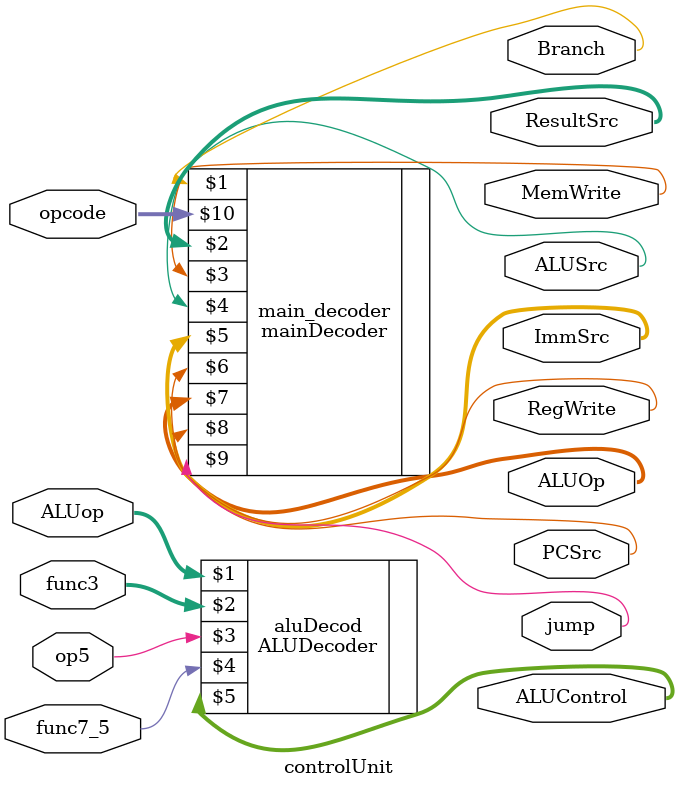
<source format=v>
module controlUnit(ALUOp, func3, op5, func7_5, ALUControl, opcode, RegWrite, ALUSrc, MemWrite, Branch, PCSrc, jump, ResultSrc, ImmSrc, ALUop);
	input [1:0] ALUop;
	input [2:0] func3;
	input op5;
	input func7_5;
	output reg [2:0] ALUControl;
	
	input [6:0] opcode;
	output reg RegWrite, ALUSrc, MemWrite, Branch, PCSrc, jump;
	output reg [1:0] ResultSrc;
	output reg [1:0] ImmSrc, ALUOp;
	
	ALUDecoder aluDecod(ALUop, func3, op5, func7_5, ALUControl);
	mainDecoder main_decoder(Branch, ResultSrc, MemWrite, ALUSrc, ImmSrc, RegWrite, ALUOp, PCSrc, jump, opcode);

endmodule
	

	
</source>
